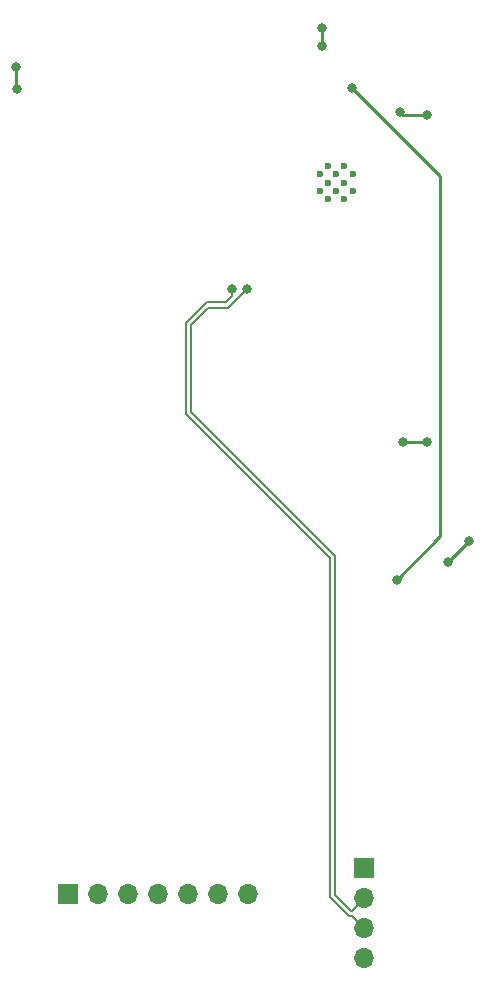
<source format=gbr>
%TF.GenerationSoftware,KiCad,Pcbnew,9.0.0*%
%TF.CreationDate,2025-09-21T22:19:39+08:00*%
%TF.ProjectId,maibadge_ver2,6d616962-6164-4676-955f-766572322e6b,rev?*%
%TF.SameCoordinates,Original*%
%TF.FileFunction,Copper,L1,Top*%
%TF.FilePolarity,Positive*%
%FSLAX46Y46*%
G04 Gerber Fmt 4.6, Leading zero omitted, Abs format (unit mm)*
G04 Created by KiCad (PCBNEW 9.0.0) date 2025-09-21 22:19:39*
%MOMM*%
%LPD*%
G01*
G04 APERTURE LIST*
%TA.AperFunction,ComponentPad*%
%ADD10R,1.700000X1.700000*%
%TD*%
%TA.AperFunction,ComponentPad*%
%ADD11O,1.700000X1.700000*%
%TD*%
%TA.AperFunction,HeatsinkPad*%
%ADD12C,0.600000*%
%TD*%
%TA.AperFunction,ViaPad*%
%ADD13C,0.800000*%
%TD*%
%TA.AperFunction,Conductor*%
%ADD14C,0.200000*%
%TD*%
%TA.AperFunction,Conductor*%
%ADD15C,0.254000*%
%TD*%
G04 APERTURE END LIST*
D10*
%TO.P,GC9A1,1,RST*%
%TO.N,/OLED_RST*%
X182467622Y-118537223D03*
D11*
%TO.P,GC9A1,2,CS*%
%TO.N,/OLED_CS*%
X185007622Y-118537223D03*
%TO.P,GC9A1,3,DC*%
%TO.N,/OLED_DC*%
X187547622Y-118537223D03*
%TO.P,GC9A1,4,SDA*%
%TO.N,/OLED_SDA*%
X190087622Y-118537223D03*
%TO.P,GC9A1,5,SCL*%
%TO.N,/OLED_SCL*%
X192627622Y-118537223D03*
%TO.P,GC9A1,6,GND*%
%TO.N,GND*%
X195167622Y-118537223D03*
%TO.P,GC9A1,7,VCC*%
%TO.N,+3.3V*%
X197707622Y-118537223D03*
%TD*%
D12*
%TO.P,U1,41,GND*%
%TO.N,GND*%
X205831991Y-59682001D03*
X204431991Y-59681997D03*
X203731995Y-58981998D03*
X205131995Y-58981998D03*
X206531996Y-58981997D03*
X204431993Y-58281998D03*
X205831995Y-58281998D03*
X206531995Y-57582001D03*
X205131997Y-57582000D03*
X203731993Y-57581997D03*
X204431995Y-56882000D03*
X205831994Y-56881999D03*
%TD*%
D10*
%TO.P,J1,1,Pin_1*%
%TO.N,+5V*%
X207518000Y-116342000D03*
D11*
%TO.P,J1,2,Pin_2*%
%TO.N,/USB_D-*%
X207518000Y-118882000D03*
%TO.P,J1,3,Pin_3*%
%TO.N,/USB_D+*%
X207518000Y-121422000D03*
%TO.P,J1,4,Pin_4*%
%TO.N,GND*%
X207518000Y-123962000D03*
%TD*%
D13*
%TO.N,GND*%
X212852000Y-80264000D03*
X210566000Y-52324000D03*
X178054000Y-48514000D03*
X212852000Y-52578000D03*
X178093383Y-50372151D03*
X210820000Y-80264000D03*
X216408000Y-88646000D03*
X214630000Y-90424000D03*
%TO.N,/buzzer*%
X203962000Y-46736000D03*
X203962000Y-45212000D03*
%TO.N,/USB_D-*%
X197612000Y-67310000D03*
%TO.N,/USB_D+*%
X196341997Y-67309994D03*
%TO.N,/main led DIN*%
X206502000Y-50292000D03*
X210259170Y-91899801D03*
%TD*%
D14*
%TO.N,/USB_D+*%
X206473001Y-120377001D02*
X207518000Y-121422000D01*
X206195804Y-120377001D02*
X206473001Y-120377001D01*
X192400692Y-77865972D02*
X204620799Y-90086079D01*
X192400692Y-70162698D02*
X192400692Y-77865972D01*
X204620799Y-118801996D02*
X206195804Y-120377001D01*
X196341997Y-67867239D02*
X195811373Y-68397863D01*
X195811373Y-68397863D02*
X194165527Y-68397863D01*
X196341997Y-67309994D02*
X196341997Y-67867239D01*
X194165527Y-68397863D02*
X192400692Y-70162698D01*
X204620799Y-90086079D02*
X204620799Y-118801996D01*
%TO.N,/USB_D-*%
X206473001Y-119926999D02*
X207518000Y-118882000D01*
X192850692Y-70305054D02*
X192850692Y-77679576D01*
X205070799Y-118615600D02*
X206382198Y-119926999D01*
X194253883Y-68901863D02*
X192850692Y-70305054D01*
X192850692Y-77679576D02*
X205070799Y-89899683D01*
X205070799Y-89899683D02*
X205070799Y-118615600D01*
X206382198Y-119926999D02*
X206473001Y-119926999D01*
X196020137Y-68901863D02*
X194253883Y-68901863D01*
X197612000Y-67310000D02*
X196020137Y-68901863D01*
D15*
%TO.N,/main led DIN*%
X213927841Y-57717841D02*
X206502000Y-50292000D01*
X213927841Y-88231130D02*
X213927841Y-57717841D01*
X210259170Y-91899801D02*
X213927841Y-88231130D01*
%TO.N,GND*%
X216408000Y-88646000D02*
X214630000Y-90424000D01*
X210820000Y-52578000D02*
X210566000Y-52324000D01*
X212852000Y-52578000D02*
X210820000Y-52578000D01*
X178054000Y-48514000D02*
X178054000Y-50332768D01*
X212852000Y-80264000D02*
X210820000Y-80264000D01*
X178054000Y-50332768D02*
X178093383Y-50372151D01*
%TO.N,/buzzer*%
X203962000Y-45212000D02*
X203962000Y-46736000D01*
%TD*%
M02*

</source>
